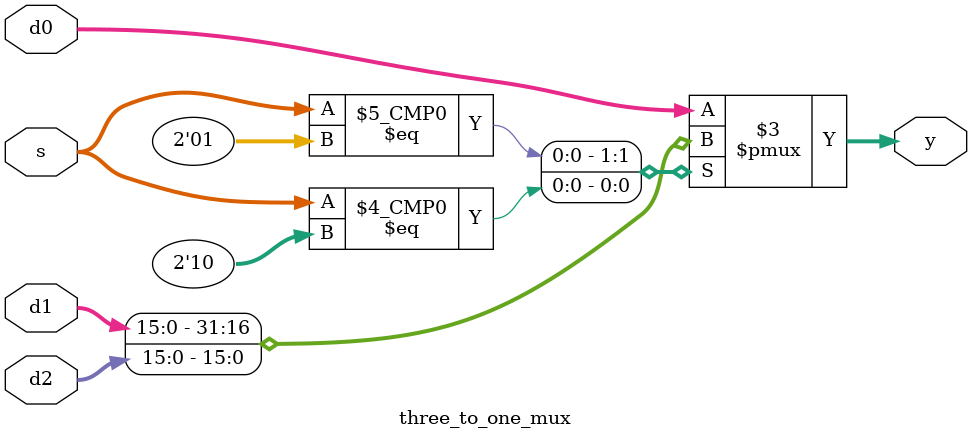
<source format=v>
`timescale 1ns / 1ns
module three_to_one_mux(d0,d1,d2,s,y);
input [15:0] d0, d1, d2;
input [1:0] s;
output [15:0] y;
reg [15:0] y;

always@(d0 or d1 or d2 or s)
begin
case(s)
      2'b00  : y = d0;
      2'b01  : y = d1;
      2'b10  : y = d2;
      default : y = d0; 
endcase
end
endmodule
</source>
